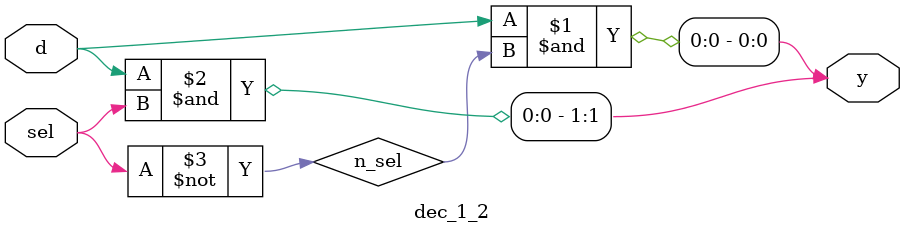
<source format=sv>
`timescale 1ns/10ps

module dec_1_2 (d, sel, y);
	input logic d;
	input logic sel;
	output logic [1:0] y;
	
	logic n_sel;
	
	not #(50) n1 (n_sel, sel);
	and #(50) a1 (y[0], d, n_sel);
	and #(50) a2 (y[1], d, sel);
	
endmodule


</source>
